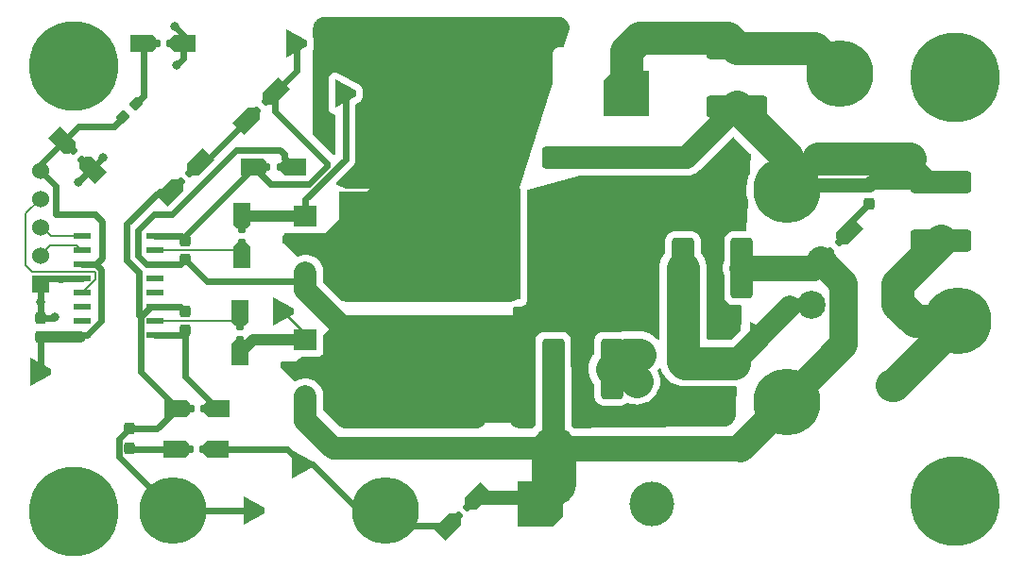
<source format=gtl>
%TF.GenerationSoftware,KiCad,Pcbnew,6.0.4*%
%TF.CreationDate,2022-07-27T16:30:23-04:00*%
%TF.ProjectId,verter,76657274-6572-42e6-9b69-6361645f7063,rev?*%
%TF.SameCoordinates,Original*%
%TF.FileFunction,Copper,L1,Top*%
%TF.FilePolarity,Positive*%
%FSLAX46Y46*%
G04 Gerber Fmt 4.6, Leading zero omitted, Abs format (unit mm)*
G04 Created by KiCad (PCBNEW 6.0.4) date 2022-07-27 16:30:23*
%MOMM*%
%LPD*%
G01*
G04 APERTURE LIST*
G04 Aperture macros list*
%AMRoundRect*
0 Rectangle with rounded corners*
0 $1 Rounding radius*
0 $2 $3 $4 $5 $6 $7 $8 $9 X,Y pos of 4 corners*
0 Add a 4 corners polygon primitive as box body*
4,1,4,$2,$3,$4,$5,$6,$7,$8,$9,$2,$3,0*
0 Add four circle primitives for the rounded corners*
1,1,$1+$1,$2,$3*
1,1,$1+$1,$4,$5*
1,1,$1+$1,$6,$7*
1,1,$1+$1,$8,$9*
0 Add four rect primitives between the rounded corners*
20,1,$1+$1,$2,$3,$4,$5,0*
20,1,$1+$1,$4,$5,$6,$7,0*
20,1,$1+$1,$6,$7,$8,$9,0*
20,1,$1+$1,$8,$9,$2,$3,0*%
%AMOutline4P*
0 Free polygon, 4 corners , with rotation*
0 The origin of the aperture is its center*
0 number of corners: always 4*
0 $1 to $8 corner X, Y*
0 $9 Rotation angle, in degrees counterclockwise*
0 create outline with 4 corners*
4,1,4,$1,$2,$3,$4,$5,$6,$7,$8,$1,$2,$9*%
%AMOutline5P*
0 Free polygon, 5 corners , with rotation*
0 The origin of the aperture is its center*
0 number of corners: always 5*
0 $1 to $10 corner X, Y*
0 $11 Rotation angle, in degrees counterclockwise*
0 create outline with 5 corners*
4,1,5,$1,$2,$3,$4,$5,$6,$7,$8,$9,$10,$1,$2,$11*%
%AMOutline6P*
0 Free polygon, 6 corners , with rotation*
0 The origin of the aperture is its center*
0 number of corners: always 6*
0 $1 to $12 corner X, Y*
0 $13 Rotation angle, in degrees counterclockwise*
0 create outline with 6 corners*
4,1,6,$1,$2,$3,$4,$5,$6,$7,$8,$9,$10,$11,$12,$1,$2,$13*%
%AMOutline7P*
0 Free polygon, 7 corners , with rotation*
0 The origin of the aperture is its center*
0 number of corners: always 7*
0 $1 to $14 corner X, Y*
0 $15 Rotation angle, in degrees counterclockwise*
0 create outline with 7 corners*
4,1,7,$1,$2,$3,$4,$5,$6,$7,$8,$9,$10,$11,$12,$13,$14,$1,$2,$15*%
%AMOutline8P*
0 Free polygon, 8 corners , with rotation*
0 The origin of the aperture is its center*
0 number of corners: always 8*
0 $1 to $16 corner X, Y*
0 $17 Rotation angle, in degrees counterclockwise*
0 create outline with 8 corners*
4,1,8,$1,$2,$3,$4,$5,$6,$7,$8,$9,$10,$11,$12,$13,$14,$15,$16,$1,$2,$17*%
G04 Aperture macros list end*
%TA.AperFunction,NonConductor*%
%ADD10C,0.200000*%
%TD*%
%TA.AperFunction,SMDPad,CuDef*%
%ADD11Outline6P,-1.143000X0.762000X0.838200X0.762000X1.143000X0.457200X1.143000X-0.457200X0.838200X-0.762000X-1.143000X-0.762000X0.000000*%
%TD*%
%TA.AperFunction,SMDPad,CuDef*%
%ADD12RoundRect,0.135000X-0.135000X-0.185000X0.135000X-0.185000X0.135000X0.185000X-0.135000X0.185000X0*%
%TD*%
%TA.AperFunction,SMDPad,CuDef*%
%ADD13Outline6P,-1.143000X0.457200X-0.838200X0.762000X1.143000X0.762000X1.143000X-0.762000X-0.838200X-0.762000X-1.143000X-0.457200X0.000000*%
%TD*%
%TA.AperFunction,ComponentPad*%
%ADD14C,8.000000*%
%TD*%
%TA.AperFunction,SMDPad,CuDef*%
%ADD15RoundRect,0.135000X-0.035355X0.226274X-0.226274X0.035355X0.035355X-0.226274X0.226274X-0.035355X0*%
%TD*%
%TA.AperFunction,SMDPad,CuDef*%
%ADD16Outline6P,-1.143000X0.762000X0.838200X0.762000X1.143000X0.457200X1.143000X-0.457200X0.838200X-0.762000X-1.143000X-0.762000X225.000000*%
%TD*%
%TA.AperFunction,SMDPad,CuDef*%
%ADD17Outline6P,-1.143000X0.457200X-0.838200X0.762000X1.143000X0.762000X1.143000X-0.762000X-0.838200X-0.762000X-1.143000X-0.457200X225.000000*%
%TD*%
%TA.AperFunction,TestPad*%
%ADD18C,6.000000*%
%TD*%
%TA.AperFunction,ComponentPad*%
%ADD19Outline4P,-0.912000X-1.262000X0.912000X-0.262000X0.912000X0.262000X-0.912000X1.262000X0.000000*%
%TD*%
%TA.AperFunction,ComponentPad*%
%ADD20R,1.524000X1.524000*%
%TD*%
%TA.AperFunction,ComponentPad*%
%ADD21C,1.524000*%
%TD*%
%TA.AperFunction,SMDPad,CuDef*%
%ADD22Outline6P,-1.143000X0.762000X0.838200X0.762000X1.143000X0.457200X1.143000X-0.457200X0.838200X-0.762000X-1.143000X-0.762000X90.000000*%
%TD*%
%TA.AperFunction,SMDPad,CuDef*%
%ADD23RoundRect,0.135000X0.185000X-0.135000X0.185000X0.135000X-0.185000X0.135000X-0.185000X-0.135000X0*%
%TD*%
%TA.AperFunction,SMDPad,CuDef*%
%ADD24Outline6P,-1.143000X0.457200X-0.838200X0.762000X1.143000X0.762000X1.143000X-0.762000X-0.838200X-0.762000X-1.143000X-0.457200X90.000000*%
%TD*%
%TA.AperFunction,SMDPad,CuDef*%
%ADD25RoundRect,0.237500X-0.237500X0.300000X-0.237500X-0.300000X0.237500X-0.300000X0.237500X0.300000X0*%
%TD*%
%TA.AperFunction,SMDPad,CuDef*%
%ADD26RoundRect,0.249999X-0.737501X-2.450001X0.737501X-2.450001X0.737501X2.450001X-0.737501X2.450001X0*%
%TD*%
%TA.AperFunction,ComponentPad*%
%ADD27C,2.524000*%
%TD*%
%TA.AperFunction,ComponentPad*%
%ADD28R,2.000000X1.905000*%
%TD*%
%TA.AperFunction,SMDPad,CuDef*%
%ADD29R,16.262000X9.762000*%
%TD*%
%TA.AperFunction,ComponentPad*%
%ADD30O,2.000000X1.905000*%
%TD*%
%TA.AperFunction,ComponentPad*%
%ADD31C,4.000000*%
%TD*%
%TA.AperFunction,ComponentPad*%
%ADD32Outline5P,-2.000000X1.200000X-1.200000X2.000000X2.000000X2.000000X2.000000X-2.000000X-2.000000X-2.000000X0.000000*%
%TD*%
%TA.AperFunction,SMDPad,CuDef*%
%ADD33RoundRect,0.137500X-0.662500X-0.137500X0.662500X-0.137500X0.662500X0.137500X-0.662500X0.137500X0*%
%TD*%
%TA.AperFunction,SMDPad,CuDef*%
%ADD34RoundRect,0.249999X-2.450001X0.737501X-2.450001X-0.737501X2.450001X-0.737501X2.450001X0.737501X0*%
%TD*%
%TA.AperFunction,SMDPad,CuDef*%
%ADD35RoundRect,0.135000X0.135000X0.185000X-0.135000X0.185000X-0.135000X-0.185000X0.135000X-0.185000X0*%
%TD*%
%TA.AperFunction,SMDPad,CuDef*%
%ADD36Outline6P,-1.143000X0.762000X0.838200X0.762000X1.143000X0.457200X1.143000X-0.457200X0.838200X-0.762000X-1.143000X-0.762000X180.000000*%
%TD*%
%TA.AperFunction,SMDPad,CuDef*%
%ADD37Outline6P,-1.143000X0.457200X-0.838200X0.762000X1.143000X0.762000X1.143000X-0.762000X-0.838200X-0.762000X-1.143000X-0.457200X180.000000*%
%TD*%
%TA.AperFunction,SMDPad,CuDef*%
%ADD38RoundRect,0.135000X-0.226274X-0.035355X-0.035355X-0.226274X0.226274X0.035355X0.035355X0.226274X0*%
%TD*%
%TA.AperFunction,SMDPad,CuDef*%
%ADD39Outline6P,-1.143000X0.762000X0.838200X0.762000X1.143000X0.457200X1.143000X-0.457200X0.838200X-0.762000X-1.143000X-0.762000X315.000000*%
%TD*%
%TA.AperFunction,SMDPad,CuDef*%
%ADD40Outline6P,-1.143000X0.457200X-0.838200X0.762000X1.143000X0.762000X1.143000X-0.762000X-0.838200X-0.762000X-1.143000X-0.457200X315.000000*%
%TD*%
%TA.AperFunction,SMDPad,CuDef*%
%ADD41RoundRect,0.237500X-0.044194X-0.380070X0.380070X0.044194X0.044194X0.380070X-0.380070X-0.044194X0*%
%TD*%
%TA.AperFunction,SMDPad,CuDef*%
%ADD42RoundRect,0.135000X0.035355X-0.226274X0.226274X-0.035355X-0.035355X0.226274X-0.226274X0.035355X0*%
%TD*%
%TA.AperFunction,SMDPad,CuDef*%
%ADD43Outline6P,-1.143000X0.762000X0.838200X0.762000X1.143000X0.457200X1.143000X-0.457200X0.838200X-0.762000X-1.143000X-0.762000X45.000000*%
%TD*%
%TA.AperFunction,SMDPad,CuDef*%
%ADD44Outline6P,-1.143000X0.457200X-0.838200X0.762000X1.143000X0.762000X1.143000X-0.762000X-0.838200X-0.762000X-1.143000X-0.457200X45.000000*%
%TD*%
%TA.AperFunction,SMDPad,CuDef*%
%ADD45RoundRect,0.249999X0.737501X2.450001X-0.737501X2.450001X-0.737501X-2.450001X0.737501X-2.450001X0*%
%TD*%
%TA.AperFunction,SMDPad,CuDef*%
%ADD46RoundRect,0.237500X0.237500X-0.300000X0.237500X0.300000X-0.237500X0.300000X-0.237500X-0.300000X0*%
%TD*%
%TA.AperFunction,SMDPad,CuDef*%
%ADD47RoundRect,0.249999X2.450001X-0.737501X2.450001X0.737501X-2.450001X0.737501X-2.450001X-0.737501X0*%
%TD*%
%TA.AperFunction,ComponentPad*%
%ADD48Outline5P,-2.000000X1.200000X-1.200000X2.000000X2.000000X2.000000X2.000000X-2.000000X-2.000000X-2.000000X180.000000*%
%TD*%
%TA.AperFunction,ViaPad*%
%ADD49C,0.800000*%
%TD*%
%TA.AperFunction,ViaPad*%
%ADD50C,0.600000*%
%TD*%
%TA.AperFunction,ViaPad*%
%ADD51C,0.550000*%
%TD*%
%TA.AperFunction,ViaPad*%
%ADD52C,0.700000*%
%TD*%
%TA.AperFunction,Conductor*%
%ADD53C,1.000000*%
%TD*%
%TA.AperFunction,Conductor*%
%ADD54C,0.600000*%
%TD*%
%TA.AperFunction,Conductor*%
%ADD55C,1.250000*%
%TD*%
%TA.AperFunction,Conductor*%
%ADD56C,3.000000*%
%TD*%
%TA.AperFunction,Conductor*%
%ADD57C,2.000000*%
%TD*%
%TA.AperFunction,Conductor*%
%ADD58C,0.152400*%
%TD*%
%TA.AperFunction,Conductor*%
%ADD59C,2.250000*%
%TD*%
%TA.AperFunction,Conductor*%
%ADD60C,2.500000*%
%TD*%
%TA.AperFunction,Conductor*%
%ADD61C,4.000000*%
%TD*%
%TA.AperFunction,Conductor*%
%ADD62C,0.250000*%
%TD*%
G04 APERTURE END LIST*
D10*
X105150000Y-121450000D02*
X105050000Y-121500000D01*
D11*
%TO.P,C11,1*%
%TO.N,+BATT*%
X114272000Y-135750000D03*
D12*
X115540000Y-135750000D03*
D13*
%TO.P,C11,2*%
%TO.N,-BATT*%
X117828000Y-135750000D03*
D12*
X116560000Y-135750000D03*
%TD*%
D14*
%TO.P,M1,1,hol*%
%TO.N,/amp/nw*%
X105000000Y-105000000D03*
%TD*%
D15*
%TO.P,R12,1*%
%TO.N,-VDC*%
X140250000Y-144600000D03*
D16*
X141146612Y-143703388D03*
D15*
%TO.P,R12,2*%
%TO.N,-BATT*%
X139528752Y-145321248D03*
D17*
X138632140Y-146217860D03*
%TD*%
D18*
%TO.P,BN2,1,1+*%
%TO.N,+VDC*%
X168900000Y-116100000D03*
%TO.P,BN2,2,2-*%
%TO.N,-VDC*%
X168900000Y-135150000D03*
%TD*%
D14*
%TO.P,M2,1,hol*%
%TO.N,/amp/sw*%
X184000000Y-144000000D03*
%TD*%
D19*
%TO.P,t3bat-1,1,tp*%
%TO.N,-BATT*%
X125450000Y-140750000D03*
%TD*%
%TO.P,t12hbout1,1,tp*%
%TO.N,/amp/hbout*%
X178850000Y-126350000D03*
%TD*%
%TO.P,t2vdda1,1,tp*%
%TO.N,/amp/vdda*%
X125000000Y-103000000D03*
%TD*%
D20*
%TO.P,cn1,1,1*%
%TO.N,GND*%
X101986000Y-124540000D03*
D21*
%TO.P,cn1,2,2*%
%TO.N,hb_b_in*%
X101986000Y-122000000D03*
%TO.P,cn1,3,3*%
%TO.N,hb_a_in*%
X101986000Y-119460000D03*
%TO.P,cn1,4,4*%
%TO.N,hb_dis*%
X101986000Y-116920000D03*
%TO.P,cn1,5,5*%
%TO.N,+3V3*%
X101986000Y-114380000D03*
%TD*%
D22*
%TO.P,R1,1*%
%TO.N,/amp/voa*%
X120030000Y-122055500D03*
D23*
X120030000Y-120787500D03*
D24*
%TO.P,R1,2*%
%TO.N,/amp/hi_gate*%
X120030000Y-118499500D03*
D23*
X120030000Y-119767500D03*
%TD*%
D16*
%TO.P,D1,1,K*%
%TO.N,/amp/vdda_bootstrap_inrush_limit*%
X116257236Y-113742764D03*
D15*
X115360624Y-114639376D03*
%TO.P,D1,2,A*%
%TO.N,+BATT*%
X114639376Y-115360624D03*
D17*
X113742764Y-116257236D03*
%TD*%
D19*
%TO.P,t1,1,tp*%
%TO.N,+3V3*%
X102000000Y-132460000D03*
%TD*%
%TO.P,t4bat+1,1,tp*%
%TO.N,+BATT*%
X121200000Y-144900000D03*
%TD*%
D14*
%TO.P,M3,1,hol*%
%TO.N,/amp/ne*%
X184000000Y-106000000D03*
%TD*%
D25*
%TO.P,C4,1*%
%TO.N,/amp/vdda*%
X115000000Y-120637500D03*
%TO.P,C4,2*%
%TO.N,/amp/hb_rawmid*%
X115000000Y-122362500D03*
%TD*%
D26*
%TO.P,C5,1*%
%TO.N,/amp/hb_filtmid*%
X159612500Y-123150000D03*
%TO.P,C5,2*%
%TO.N,-VDC*%
X164887500Y-123150000D03*
%TD*%
D27*
%TO.P,L1,1,1*%
%TO.N,/amp/hb_rawmid*%
X152550000Y-124450000D03*
%TO.P,L1,2,2*%
%TO.N,/amp/hb_filtmid*%
X159734205Y-131634205D03*
%TD*%
D25*
%TO.P,C3,1*%
%TO.N,+BATT*%
X114950000Y-126987500D03*
%TO.P,C3,2*%
%TO.N,-BATT*%
X114950000Y-128712500D03*
%TD*%
D18*
%TO.P,BN3,1,1+*%
%TO.N,+BATT*%
X113850000Y-144850000D03*
%TO.P,BN3,2,2-*%
%TO.N,-BATT*%
X132900000Y-144850000D03*
%TD*%
D28*
%TO.P,U2,1,g*%
%TO.N,/amp/lo_gate*%
X125770000Y-129560000D03*
D29*
%TO.P,U2,2,d*%
%TO.N,/amp/hb_rawmid*%
X136901000Y-132179000D03*
D30*
X125770000Y-132100000D03*
%TO.P,U2,3,s*%
%TO.N,-VDC*%
X125770000Y-134640000D03*
%TD*%
D31*
%TO.P,C6,1*%
%TO.N,+VDC*%
X144550000Y-107450000D03*
D32*
%TO.P,C6,2*%
%TO.N,/amp/vdc_midpoint*%
X154550000Y-107450000D03*
%TD*%
D25*
%TO.P,R3,1*%
%TO.N,+VDC*%
X176250000Y-115637500D03*
%TO.P,R3,2*%
%TO.N,/amp/dcled_drop*%
X176250000Y-117362500D03*
%TD*%
D19*
%TO.P,t6higate1,1,tp*%
%TO.N,/amp/hi_gate*%
X129340000Y-107460000D03*
%TD*%
D33*
%TO.P,U4,1,Via*%
%TO.N,hb_a_in*%
X105750000Y-120255000D03*
%TO.P,U4,2,vib*%
%TO.N,hb_b_in*%
X105750000Y-121525000D03*
%TO.P,U4,3,vdd1*%
%TO.N,+3V3*%
X105750000Y-122795000D03*
%TO.P,U4,4,gnd1*%
%TO.N,GND*%
X105750000Y-124065000D03*
%TO.P,U4,5,dis*%
%TO.N,hb_dis*%
X105750000Y-125335000D03*
%TO.P,U4,6,nc*%
%TO.N,unconnected-(U4-Pad6)*%
X105750000Y-126605000D03*
%TO.P,U4,7,nc*%
%TO.N,unconnected-(U4-Pad7)*%
X105750000Y-127875000D03*
%TO.P,U4,8,vdd1*%
%TO.N,+3V3*%
X105750000Y-129145000D03*
%TO.P,U4,9,gndb*%
%TO.N,-BATT*%
X112250000Y-129145000D03*
%TO.P,U4,10,vob*%
%TO.N,/amp/vob*%
X112250000Y-127875000D03*
%TO.P,U4,11,vddb*%
%TO.N,+BATT*%
X112250000Y-126605000D03*
%TO.P,U4,12,nc*%
%TO.N,unconnected-(U4-Pad12)*%
X112250000Y-125335000D03*
%TO.P,U4,13,nc*%
%TO.N,unconnected-(U4-Pad13)*%
X112250000Y-124065000D03*
%TO.P,U4,14,gnda*%
%TO.N,/amp/hb_rawmid*%
X112250000Y-122795000D03*
%TO.P,U4,15,voa*%
%TO.N,/amp/voa*%
X112250000Y-121525000D03*
%TO.P,U4,16,vdda*%
%TO.N,/amp/vdda*%
X112250000Y-120255000D03*
%TD*%
D22*
%TO.P,R2,1*%
%TO.N,/amp/lo_gate*%
X119880000Y-130778000D03*
D23*
X119880000Y-129510000D03*
%TO.P,R2,2*%
%TO.N,/amp/vob*%
X119880000Y-128490000D03*
D24*
X119880000Y-127222000D03*
%TD*%
D19*
%TO.P,t5lo_gate1,1,tp*%
%TO.N,/amp/lo_gate*%
X123750000Y-127000000D03*
%TD*%
%TO.P,t8hbf1,1,tp*%
%TO.N,/amp/hb_filtmid*%
X166550000Y-129250000D03*
%TD*%
D11*
%TO.P,C10,1*%
%TO.N,/amp/vdda*%
X121122000Y-114100000D03*
D12*
X122390000Y-114100000D03*
D13*
%TO.P,C10,2*%
%TO.N,/amp/hb_rawmid*%
X124678000Y-114100000D03*
D12*
X123410000Y-114100000D03*
%TD*%
D28*
%TO.P,U1,1,g*%
%TO.N,/amp/hi_gate*%
X125770000Y-118460000D03*
D29*
%TO.P,U1,2,d*%
%TO.N,+VDC*%
X136901000Y-121079000D03*
D30*
X125770000Y-121000000D03*
%TO.P,U1,3,s*%
%TO.N,/amp/hb_rawmid*%
X125770000Y-123540000D03*
%TD*%
D34*
%TO.P,C12,1*%
%TO.N,+VDC*%
X149700000Y-113250000D03*
%TO.P,C12,2*%
%TO.N,/amp/hb_rawmid*%
X149700000Y-118525000D03*
%TD*%
D25*
%TO.P,R11,1*%
%TO.N,+BATT*%
X110000000Y-137537500D03*
%TO.P,R11,2*%
%TO.N,/amp/batled-drop*%
X110000000Y-139262500D03*
%TD*%
D35*
%TO.P,D3,1,K*%
%TO.N,GND*%
X113510000Y-103000000D03*
D36*
X114778000Y-103000000D03*
D35*
%TO.P,D3,2,A*%
%TO.N,/amp/3v3led_drop*%
X112490000Y-103000000D03*
D37*
X111222000Y-103000000D03*
%TD*%
D27*
%TO.P,L2,1,1*%
%TO.N,/amp/hb_filtmid*%
X171115795Y-126415795D03*
%TO.P,L2,2,2*%
%TO.N,/amp/hbout*%
X178300000Y-133600000D03*
%TD*%
D38*
%TO.P,C2,1*%
%TO.N,+3V3*%
X104989376Y-112639376D03*
D39*
X104092764Y-111742764D03*
D38*
%TO.P,C2,2*%
%TO.N,GND*%
X105710624Y-113360624D03*
D40*
X106607236Y-114257236D03*
%TD*%
D34*
%TO.P,C13,1*%
%TO.N,+VDC*%
X182700000Y-115425000D03*
%TO.P,C13,2*%
%TO.N,/amp/hbout*%
X182700000Y-120700000D03*
%TD*%
D41*
%TO.P,R10,1*%
%TO.N,+3V3*%
X109390120Y-109609880D03*
%TO.P,R10,2*%
%TO.N,/amp/3v3led_drop*%
X110609880Y-108390120D03*
%TD*%
D42*
%TO.P,R4,1*%
%TO.N,/amp/vdda_bootstrap_inrush_limit*%
X121439376Y-108960624D03*
D43*
X120542764Y-109857236D03*
D44*
%TO.P,R4,2*%
%TO.N,/amp/vdda*%
X123057236Y-107342764D03*
D42*
X122160624Y-108239376D03*
%TD*%
D45*
%TO.P,C9,1*%
%TO.N,/amp/vdc_midpoint*%
X153237500Y-132150000D03*
%TO.P,C9,2*%
%TO.N,-VDC*%
X147962500Y-132150000D03*
%TD*%
D19*
%TO.P,t7hbc1,1,tp*%
%TO.N,/amp/hb_rawmid*%
X147950000Y-125800000D03*
%TD*%
D18*
%TO.P,BN1,1,1*%
%TO.N,/amp/vdc_midpoint*%
X173650000Y-105650000D03*
%TD*%
D46*
%TO.P,C1,1*%
%TO.N,+3V3*%
X102000000Y-129322500D03*
%TO.P,C1,2*%
%TO.N,GND*%
X102000000Y-127597500D03*
%TD*%
D35*
%TO.P,D4,1,K*%
%TO.N,-BATT*%
X116483000Y-139400000D03*
D36*
X117751000Y-139400000D03*
D37*
%TO.P,D4,2,A*%
%TO.N,/amp/batled-drop*%
X114195000Y-139400000D03*
D35*
X115463000Y-139400000D03*
%TD*%
D47*
%TO.P,C8,1*%
%TO.N,+VDC*%
X164462500Y-108687500D03*
%TO.P,C8,2*%
%TO.N,/amp/vdc_midpoint*%
X164462500Y-103412500D03*
%TD*%
D18*
%TO.P,BNOut4,1,1*%
%TO.N,/amp/hbout*%
X184200000Y-127900000D03*
%TD*%
D42*
%TO.P,D2,1,K*%
%TO.N,-VDC*%
X172839376Y-121560624D03*
D43*
X171942764Y-122457236D03*
D42*
%TO.P,D2,2,A*%
%TO.N,/amp/dcled_drop*%
X173560624Y-120839376D03*
D44*
X174457236Y-119942764D03*
%TD*%
D31*
%TO.P,C7,1*%
%TO.N,/amp/vdc_midpoint*%
X156800000Y-144300000D03*
D48*
%TO.P,C7,2*%
%TO.N,-VDC*%
X146800000Y-144300000D03*
%TD*%
D14*
%TO.P,M4,1,hol*%
%TO.N,/amp/se*%
X105000000Y-145000000D03*
%TD*%
D49*
%TO.N,GND*%
X105400000Y-115400000D03*
D50*
X103900000Y-124200000D03*
D49*
X114050000Y-101450000D03*
X103300000Y-127550000D03*
X107650000Y-113200000D03*
X102000000Y-126200000D03*
X114200000Y-104900000D03*
D51*
%TO.N,+VDC*%
X143000000Y-118000000D03*
X132000000Y-118000000D03*
X140000000Y-123000000D03*
D49*
X129000000Y-119300000D03*
D51*
X137000000Y-118000000D03*
D49*
X128950000Y-121900000D03*
D51*
X139000000Y-124000000D03*
X144000000Y-123000000D03*
X144000000Y-119000000D03*
X143000000Y-119000000D03*
X138000000Y-123000000D03*
X141000000Y-119000000D03*
X138000000Y-118000000D03*
X144000000Y-124000000D03*
X144000000Y-118000000D03*
X142000000Y-124000000D03*
X142000000Y-119000000D03*
X138000000Y-122000000D03*
X141000000Y-124000000D03*
X139000000Y-122000000D03*
D49*
X129000000Y-123400000D03*
D51*
X140000000Y-122000000D03*
X140000000Y-124000000D03*
X138000000Y-124000000D03*
X140490000Y-117490000D03*
X140000000Y-121000000D03*
X140000000Y-120000000D03*
D49*
X129000000Y-120500000D03*
D51*
X142000000Y-123000000D03*
X142000000Y-118000000D03*
X131000000Y-118000000D03*
X143000000Y-123000000D03*
X130000000Y-118000000D03*
X136000000Y-118000000D03*
X139000000Y-121000000D03*
X143000000Y-124000000D03*
X141000000Y-123000000D03*
X138990000Y-118990000D03*
%TO.N,/amp/hb_rawmid*%
X139000000Y-130000000D03*
X144000000Y-135000000D03*
X141000000Y-130000000D03*
X143000000Y-128000000D03*
X140000000Y-135000000D03*
D52*
X144000000Y-136000000D03*
D51*
X141000000Y-134000000D03*
X143000000Y-129000000D03*
X144000000Y-134000000D03*
X142000000Y-135000000D03*
X140000000Y-130000000D03*
D49*
X128300000Y-132400000D03*
X128300000Y-131350000D03*
D51*
X141000000Y-128000000D03*
X140000000Y-136000000D03*
X141000000Y-135000000D03*
X140000000Y-129000000D03*
X144000000Y-130000000D03*
X140000000Y-134000000D03*
X142000000Y-128000000D03*
X141000000Y-129000000D03*
X144000000Y-128000000D03*
X142000000Y-136000000D03*
X143000000Y-135000000D03*
X141000000Y-136000000D03*
X140000000Y-128000000D03*
X143000000Y-130000000D03*
X144000000Y-129000000D03*
X143000000Y-136000000D03*
D49*
X128250000Y-133450000D03*
D51*
X142000000Y-130000000D03*
X142000000Y-129000000D03*
D49*
%TO.N,/amp/vdc_midpoint*%
X155700000Y-130900000D03*
X154575000Y-132375000D03*
X155450000Y-133250000D03*
X154550000Y-130900000D03*
X155700000Y-132050000D03*
%TD*%
D53*
%TO.N,+3V3*%
X102000000Y-129322500D02*
X105567360Y-129322500D01*
D54*
X104092764Y-111742764D02*
X105435528Y-110400000D01*
X107550000Y-118950000D02*
X106900000Y-118300000D01*
X107475711Y-127850171D02*
X107475711Y-123282244D01*
X101986000Y-113849528D02*
X104092764Y-111742764D01*
X106988467Y-122795000D02*
X105750000Y-122795000D01*
X106900000Y-118300000D02*
X103400000Y-118300000D01*
X103400000Y-118300000D02*
X103400000Y-115794000D01*
X107475711Y-123282244D02*
X106988467Y-122795000D01*
X101986000Y-114380000D02*
X101986000Y-113849528D01*
X105435528Y-110400000D02*
X108600000Y-110400000D01*
X102000000Y-132460000D02*
X102000000Y-129322500D01*
X108600000Y-110400000D02*
X109390120Y-109609880D01*
X105750000Y-129145000D02*
X106180882Y-129145000D01*
X106988467Y-122795000D02*
X107550000Y-122233467D01*
X106180882Y-129145000D02*
X107475711Y-127850171D01*
X103400000Y-115794000D02*
X101986000Y-114380000D01*
X107550000Y-122233467D02*
X107550000Y-118950000D01*
%TO.N,GND*%
X114778000Y-104322000D02*
X114200000Y-104900000D01*
X102461000Y-124065000D02*
X101986000Y-124540000D01*
X114778000Y-103000000D02*
X114778000Y-104322000D01*
X105750000Y-124065000D02*
X102461000Y-124065000D01*
X103252500Y-127597500D02*
X103300000Y-127550000D01*
X106542764Y-114257236D02*
X105400000Y-115400000D01*
X114778000Y-102178000D02*
X114050000Y-101450000D01*
X102000000Y-127597500D02*
X102000000Y-126200000D01*
X102000000Y-127597500D02*
X103252500Y-127597500D01*
X114778000Y-103000000D02*
X114778000Y-102178000D01*
X102000000Y-126200000D02*
X102000000Y-124554000D01*
X106607236Y-114242764D02*
X107650000Y-113200000D01*
%TO.N,+BATT*%
X109750961Y-119171409D02*
X112665134Y-116257236D01*
X110826780Y-127320649D02*
X110826780Y-123499039D01*
X114567500Y-126605000D02*
X114950000Y-126987500D01*
X113850000Y-144850000D02*
X109075480Y-140075480D01*
X109075480Y-138462020D02*
X110000000Y-137537500D01*
X110826780Y-123499039D02*
X109750961Y-122423220D01*
X111000480Y-132478480D02*
X114272000Y-135750000D01*
X121200000Y-144900000D02*
X113900000Y-144900000D01*
X109750961Y-122423220D02*
X109750961Y-119171409D01*
X111889829Y-126605000D02*
X111000480Y-127494349D01*
X112484500Y-137537500D02*
X114272000Y-135750000D01*
X112250000Y-126605000D02*
X111889829Y-126605000D01*
X109075480Y-140075480D02*
X109075480Y-138462020D01*
X111000480Y-127494349D02*
X110826780Y-127320649D01*
X112665134Y-116257236D02*
X113742764Y-116257236D01*
X111000480Y-127494349D02*
X111000480Y-132478480D01*
X110000000Y-137537500D02*
X112484500Y-137537500D01*
X112250000Y-126605000D02*
X114567500Y-126605000D01*
%TO.N,-BATT*%
X124100000Y-139400000D02*
X125450000Y-140750000D01*
X138632140Y-146217860D02*
X134267860Y-146217860D01*
X112250000Y-129145000D02*
X114517500Y-129145000D01*
X114950000Y-132872000D02*
X114950000Y-128712500D01*
X114517500Y-129145000D02*
X114950000Y-128712500D01*
X125450000Y-140750000D02*
X126450000Y-140750000D01*
X126450000Y-140750000D02*
X130550000Y-144850000D01*
X117751000Y-139400000D02*
X124100000Y-139400000D01*
X117828000Y-135750000D02*
X114950000Y-132872000D01*
D55*
%TO.N,+VDC*%
X176250000Y-115637500D02*
X169362500Y-115637500D01*
X182700000Y-115425000D02*
X176462500Y-115425000D01*
D56*
X168900000Y-113125000D02*
X164462500Y-108687500D01*
D55*
X168900000Y-116100000D02*
X168900000Y-113125000D01*
D57*
X144550000Y-113430000D02*
X144550000Y-107450000D01*
X159900000Y-113250000D02*
X164462500Y-108687500D01*
X149700000Y-113250000D02*
X159900000Y-113250000D01*
D55*
X176462500Y-115425000D02*
X176250000Y-115637500D01*
D56*
X179950000Y-113300000D02*
X171700000Y-113300000D01*
D55*
X171700000Y-113300000D02*
X168900000Y-116100000D01*
X182075000Y-115425000D02*
X179950000Y-113300000D01*
D58*
%TO.N,hb_a_in*%
X105750000Y-120255000D02*
X102955000Y-120255000D01*
X102955000Y-120255000D02*
X102350000Y-119650000D01*
%TO.N,hb_b_in*%
X102887670Y-121098330D02*
X101986000Y-122000000D01*
X105279660Y-121098330D02*
X102887670Y-121098330D01*
X105706330Y-121525000D02*
X105279660Y-121098330D01*
%TO.N,hb_dis*%
X106950000Y-124178670D02*
X106950000Y-123500000D01*
X106950000Y-123500000D02*
X101250000Y-123500000D01*
X101250000Y-123500000D02*
X100650000Y-122900000D01*
X100650000Y-122900000D02*
X100650000Y-118256000D01*
X100650000Y-118256000D02*
X101986000Y-116920000D01*
X105793670Y-125335000D02*
X106950000Y-124178670D01*
D54*
%TO.N,/amp/vdda*%
X122583520Y-115561520D02*
X126110750Y-115561520D01*
X127700000Y-113972270D02*
X127700000Y-113700000D01*
X127700000Y-113700000D02*
X123057236Y-109057236D01*
X115000000Y-120637500D02*
X115000000Y-120222000D01*
X121122000Y-114100000D02*
X122583520Y-115561520D01*
X114617500Y-120255000D02*
X115000000Y-120637500D01*
X115000000Y-120222000D02*
X121122000Y-114100000D01*
X125000000Y-105400000D02*
X123057236Y-107342764D01*
X112250000Y-120255000D02*
X114617500Y-120255000D01*
X125000000Y-103000000D02*
X125000000Y-105400000D01*
X126110750Y-115561520D02*
X127700000Y-113972270D01*
X123057236Y-109057236D02*
X123057236Y-107342764D01*
%TO.N,/amp/hb_rawmid*%
X111536275Y-122795000D02*
X110750480Y-122009205D01*
X110750480Y-119770795D02*
X112217481Y-118303794D01*
X110750480Y-122009205D02*
X110750480Y-119770795D01*
X115000000Y-122400000D02*
X116950000Y-124350000D01*
X115000000Y-122362500D02*
X114567500Y-122795000D01*
X113763106Y-118303794D02*
X119528400Y-112538500D01*
X112250000Y-122795000D02*
X111536275Y-122795000D01*
X112217481Y-118303794D02*
X113763106Y-118303794D01*
X114567500Y-122795000D02*
X112250000Y-122795000D01*
D57*
X125770000Y-123540000D02*
X125770000Y-125092500D01*
D54*
X124960000Y-124350000D02*
X125770000Y-123540000D01*
D57*
X125770000Y-125092500D02*
X132856500Y-132179000D01*
D54*
X123850000Y-112900000D02*
X123850000Y-113272000D01*
X123488500Y-112538500D02*
X123850000Y-112900000D01*
X119528400Y-112538500D02*
X123488500Y-112538500D01*
X116950000Y-124350000D02*
X124960000Y-124350000D01*
X123850000Y-113272000D02*
X124678000Y-114100000D01*
D55*
%TO.N,-VDC*%
X141146612Y-143703388D02*
X146203388Y-143703388D01*
D59*
X171250000Y-123150000D02*
X171942764Y-122457236D01*
D57*
X147962500Y-139312500D02*
X147962500Y-132150000D01*
D60*
X164737500Y-139312500D02*
X168900000Y-135150000D01*
X168900000Y-135150000D02*
X174027306Y-130022694D01*
D61*
X147962500Y-142427589D02*
X147962500Y-139312500D01*
D57*
X125770000Y-134640000D02*
X125770000Y-136842500D01*
D55*
X146800000Y-143590089D02*
X147962500Y-142427589D01*
D60*
X174027306Y-130022694D02*
X174027306Y-124541778D01*
D59*
X164887500Y-123150000D02*
X171250000Y-123150000D01*
D57*
X125770000Y-136842500D02*
X128240000Y-139312500D01*
X128240000Y-139312500D02*
X147962500Y-139312500D01*
D59*
X147962500Y-139312500D02*
X157062500Y-139312500D01*
X157062500Y-139312500D02*
X164737500Y-139312500D01*
D60*
X174027306Y-124541778D02*
X171942764Y-122457236D01*
D54*
%TO.N,/amp/vdda_bootstrap_inrush_limit*%
X116657236Y-113742764D02*
X120542764Y-109857236D01*
%TO.N,/amp/3v3led_drop*%
X110700000Y-108250000D02*
X111222000Y-107728000D01*
X111222000Y-107728000D02*
X111222000Y-103000000D01*
D58*
%TO.N,/amp/voa*%
X112250000Y-121525000D02*
X119499500Y-121525000D01*
D53*
%TO.N,/amp/lo_gate*%
X119880000Y-130778000D02*
X121098000Y-129560000D01*
D62*
X125770000Y-129020000D02*
X123750000Y-127000000D01*
D53*
X121098000Y-129560000D02*
X125770000Y-129560000D01*
D56*
%TO.N,/amp/hb_filtmid*%
X159734205Y-131634205D02*
X164165795Y-131634205D01*
X159612500Y-123150000D02*
X159612500Y-131512500D01*
D57*
X164165795Y-131634205D02*
X166550000Y-129250000D01*
D55*
X171115795Y-126415795D02*
X169384205Y-126415795D01*
D57*
X166550000Y-129250000D02*
X169200000Y-126600000D01*
D55*
X169384205Y-126415795D02*
X169200000Y-126600000D01*
D54*
%TO.N,/amp/hi_gate*%
X129340000Y-113392238D02*
X129340000Y-107460000D01*
X125770000Y-116962238D02*
X129340000Y-113392238D01*
X125770000Y-118460000D02*
X125770000Y-116962238D01*
D53*
X125770000Y-118460000D02*
X120069500Y-118460000D01*
D56*
%TO.N,/amp/vdc_midpoint*%
X155700000Y-130900000D02*
X154550000Y-130900000D01*
X154550000Y-130900000D02*
X154487500Y-130900000D01*
X163550000Y-102500000D02*
X164462500Y-103412500D01*
X164462500Y-103412500D02*
X171412500Y-103412500D01*
X154575000Y-132375000D02*
X155450000Y-133250000D01*
X155700000Y-102500000D02*
X163550000Y-102500000D01*
X154550000Y-103650000D02*
X155700000Y-102500000D01*
X154487500Y-130900000D02*
X153237500Y-132150000D01*
X154550000Y-107450000D02*
X154550000Y-103650000D01*
X171412500Y-103412500D02*
X173650000Y-105650000D01*
X154350000Y-132150000D02*
X154575000Y-132375000D01*
X153237500Y-132150000D02*
X154350000Y-132150000D01*
%TO.N,/amp/hbout*%
X178500000Y-133600000D02*
X184200000Y-127900000D01*
X178850000Y-126350000D02*
X178850000Y-124550000D01*
X178300000Y-133600000D02*
X178500000Y-133600000D01*
X178850000Y-124550000D02*
X182700000Y-120700000D01*
X180400000Y-127900000D02*
X178850000Y-126350000D01*
X184200000Y-127900000D02*
X180400000Y-127900000D01*
D58*
%TO.N,/amp/vob*%
X112250000Y-127875000D02*
X119227000Y-127875000D01*
D54*
%TO.N,/amp/dcled_drop*%
X174457236Y-119155264D02*
X176250000Y-117362500D01*
X174457236Y-119942764D02*
X174457236Y-119155264D01*
%TO.N,/amp/batled-drop*%
X114195000Y-139400000D02*
X110137500Y-139400000D01*
%TD*%
%TA.AperFunction,Conductor*%
%TO.N,+VDC*%
G36*
X145032707Y-116048291D02*
G01*
X145050000Y-116111999D01*
X145050000Y-125143813D01*
X145049393Y-125156163D01*
X145032002Y-125332737D01*
X145027185Y-125356957D01*
X144977482Y-125520809D01*
X144968029Y-125543629D01*
X144887319Y-125694628D01*
X144873601Y-125715158D01*
X144764974Y-125847521D01*
X144747521Y-125864974D01*
X144615158Y-125973601D01*
X144594631Y-125987317D01*
X144576398Y-125997063D01*
X144443629Y-126068029D01*
X144420810Y-126077482D01*
X144256957Y-126127185D01*
X144232740Y-126132001D01*
X144056163Y-126149393D01*
X144043813Y-126150000D01*
X129470401Y-126150000D01*
X129458051Y-126149393D01*
X129281473Y-126132001D01*
X129257256Y-126127185D01*
X129093403Y-126077482D01*
X129070584Y-126068029D01*
X128979025Y-126019090D01*
X128949326Y-125997063D01*
X127415405Y-124463142D01*
X127381379Y-124400830D01*
X127378500Y-124374047D01*
X127378500Y-123579015D01*
X127378630Y-123573299D01*
X127382394Y-123490399D01*
X127382624Y-123485345D01*
X127372098Y-123394369D01*
X127371651Y-123389774D01*
X127363997Y-123292530D01*
X127363609Y-123287597D01*
X127357920Y-123263903D01*
X127355274Y-123248970D01*
X127354333Y-123240838D01*
X127353752Y-123235814D01*
X127337451Y-123178206D01*
X127336174Y-123173321D01*
X127331996Y-123155917D01*
X127304505Y-123041409D01*
X127302613Y-123036842D01*
X127302611Y-123036835D01*
X127286315Y-122997494D01*
X127287207Y-122997125D01*
X127285480Y-122994543D01*
X127285357Y-122994109D01*
X127282534Y-122988056D01*
X127280327Y-122983039D01*
X127209511Y-122812072D01*
X127209509Y-122812068D01*
X127207616Y-122807498D01*
X127075328Y-122591624D01*
X126910898Y-122399102D01*
X126718376Y-122234672D01*
X126502502Y-122102384D01*
X126497932Y-122100491D01*
X126497928Y-122100489D01*
X126273164Y-122007389D01*
X126273162Y-122007388D01*
X126268591Y-122005495D01*
X126183968Y-121985179D01*
X126027216Y-121947546D01*
X126027210Y-121947545D01*
X126022403Y-121946391D01*
X125770000Y-121926526D01*
X125517597Y-121946391D01*
X125512790Y-121947545D01*
X125512784Y-121947546D01*
X125356032Y-121985179D01*
X125271409Y-122005495D01*
X125090449Y-122080451D01*
X125019860Y-122088040D01*
X124953137Y-122053137D01*
X123800000Y-120900000D01*
X123772592Y-120900000D01*
X123722500Y-120859632D01*
X123700000Y-120787773D01*
X123700000Y-120434918D01*
X123701551Y-120415208D01*
X123720126Y-120297928D01*
X123732308Y-120260435D01*
X123781658Y-120163581D01*
X123804830Y-120131689D01*
X123881689Y-120054830D01*
X123913581Y-120031658D01*
X124010437Y-119982307D01*
X124047927Y-119970126D01*
X124105029Y-119961082D01*
X124165208Y-119951551D01*
X124184918Y-119950000D01*
X124452489Y-119950000D01*
X124500707Y-119959591D01*
X124611150Y-120005338D01*
X124619338Y-120006416D01*
X124726021Y-120020461D01*
X124730115Y-120021000D01*
X125769873Y-120021000D01*
X126809884Y-120020999D01*
X126813969Y-120020461D01*
X126813973Y-120020461D01*
X126920663Y-120006416D01*
X126920665Y-120006416D01*
X126928850Y-120005338D01*
X127039293Y-119959591D01*
X127087512Y-119950000D01*
X127550000Y-119950000D01*
X131500000Y-116000000D01*
X144981397Y-116000000D01*
X145032707Y-116048291D01*
G37*
%TD.AperFunction*%
%TD*%
%TA.AperFunction,Conductor*%
%TO.N,/amp/hb_rawmid*%
G36*
X141006163Y-127500607D02*
G01*
X141182740Y-127517999D01*
X141206957Y-127522815D01*
X141370809Y-127572518D01*
X141393629Y-127581971D01*
X141544631Y-127662683D01*
X141565158Y-127676399D01*
X141697521Y-127785026D01*
X141714974Y-127802479D01*
X141823601Y-127934842D01*
X141837319Y-127955372D01*
X141918029Y-128106371D01*
X141927482Y-128129190D01*
X141977185Y-128293043D01*
X141982002Y-128317263D01*
X141999393Y-128493837D01*
X142000000Y-128506187D01*
X142000000Y-136493813D01*
X141999393Y-136506163D01*
X141982002Y-136682737D01*
X141977185Y-136706957D01*
X141927482Y-136870809D01*
X141918029Y-136893629D01*
X141837319Y-137044628D01*
X141823601Y-137065158D01*
X141714974Y-137197521D01*
X141697521Y-137214974D01*
X141565158Y-137323601D01*
X141544631Y-137337317D01*
X141452417Y-137386607D01*
X141393629Y-137418029D01*
X141370810Y-137427482D01*
X141206957Y-137477185D01*
X141182740Y-137482001D01*
X141006163Y-137499393D01*
X140993813Y-137500000D01*
X129420401Y-137500000D01*
X129408051Y-137499393D01*
X129231473Y-137482001D01*
X129207256Y-137477185D01*
X129043403Y-137427482D01*
X129020584Y-137418029D01*
X128869588Y-137337320D01*
X128849050Y-137323597D01*
X128711886Y-137211029D01*
X128702725Y-137202725D01*
X127415405Y-135915405D01*
X127381379Y-135853093D01*
X127378500Y-135826310D01*
X127378500Y-134679015D01*
X127378630Y-134673299D01*
X127382394Y-134590399D01*
X127382624Y-134585345D01*
X127382043Y-134580321D01*
X127372098Y-134494369D01*
X127371651Y-134489774D01*
X127363997Y-134392530D01*
X127363609Y-134387597D01*
X127357920Y-134363903D01*
X127355274Y-134348970D01*
X127354333Y-134340838D01*
X127353752Y-134335814D01*
X127337451Y-134278206D01*
X127336174Y-134273321D01*
X127331996Y-134255917D01*
X127304505Y-134141409D01*
X127302613Y-134136842D01*
X127302611Y-134136835D01*
X127286315Y-134097494D01*
X127287207Y-134097125D01*
X127285480Y-134094543D01*
X127285357Y-134094109D01*
X127282534Y-134088056D01*
X127280327Y-134083039D01*
X127209511Y-133912072D01*
X127209509Y-133912068D01*
X127207616Y-133907498D01*
X127075328Y-133691624D01*
X126910898Y-133499102D01*
X126718376Y-133334672D01*
X126502502Y-133202384D01*
X126497932Y-133200491D01*
X126497928Y-133200489D01*
X126273164Y-133107389D01*
X126273162Y-133107388D01*
X126268591Y-133105495D01*
X126183968Y-133085179D01*
X126027216Y-133047546D01*
X126027210Y-133047545D01*
X126022403Y-133046391D01*
X125770000Y-133026526D01*
X125517597Y-133046391D01*
X125512790Y-133047545D01*
X125512784Y-133047546D01*
X125356032Y-133085179D01*
X125271409Y-133105495D01*
X125266838Y-133107388D01*
X125266836Y-133107389D01*
X125042072Y-133200489D01*
X125042068Y-133200491D01*
X125037498Y-133202384D01*
X125033279Y-133204970D01*
X125033272Y-133204973D01*
X124914405Y-133277814D01*
X124845872Y-133296352D01*
X124778195Y-133274895D01*
X124759476Y-133259476D01*
X123682618Y-132182618D01*
X123671758Y-132170236D01*
X123590958Y-132064936D01*
X123574514Y-132036453D01*
X123526914Y-131921536D01*
X123518401Y-131889765D01*
X123502715Y-131770625D01*
X123504058Y-131729597D01*
X123514141Y-131678907D01*
X123532955Y-131633488D01*
X123559300Y-131594061D01*
X123594061Y-131559300D01*
X123613671Y-131546196D01*
X123633490Y-131532954D01*
X123678909Y-131514141D01*
X123713927Y-131507175D01*
X123737830Y-131502421D01*
X123762410Y-131500000D01*
X125000000Y-131500000D01*
X125342095Y-131157905D01*
X125404407Y-131123879D01*
X125431190Y-131121000D01*
X126797724Y-131120999D01*
X126809884Y-131120999D01*
X126813969Y-131120461D01*
X126813973Y-131120461D01*
X126920663Y-131106416D01*
X126920665Y-131106416D01*
X126928850Y-131105338D01*
X127002863Y-131074681D01*
X127069248Y-131047184D01*
X127069250Y-131047183D01*
X127076876Y-131044024D01*
X127203987Y-130946487D01*
X127209013Y-130939937D01*
X127209016Y-130939934D01*
X127252756Y-130882931D01*
X127301524Y-130819375D01*
X127362838Y-130671350D01*
X127363916Y-130663162D01*
X127377962Y-130556472D01*
X127377962Y-130556471D01*
X127378500Y-130552385D01*
X127378499Y-129173690D01*
X127398501Y-129105570D01*
X127415404Y-129084596D01*
X128702725Y-127797275D01*
X128711886Y-127788971D01*
X128849050Y-127676403D01*
X128869588Y-127662680D01*
X129020584Y-127581971D01*
X129043404Y-127572518D01*
X129207256Y-127522815D01*
X129231473Y-127517999D01*
X129408051Y-127500607D01*
X129420401Y-127500000D01*
X140993813Y-127500000D01*
X141006163Y-127500607D01*
G37*
%TD.AperFunction*%
%TD*%
%TA.AperFunction,Conductor*%
%TO.N,+VDC*%
G36*
X148521269Y-100609185D02*
G01*
X148598773Y-100617301D01*
X148627597Y-100620319D01*
X148653273Y-100625756D01*
X148826339Y-100681769D01*
X148850330Y-100692407D01*
X149008042Y-100783059D01*
X149029308Y-100798435D01*
X149164821Y-100919793D01*
X149182437Y-100939238D01*
X149252397Y-101034834D01*
X149289866Y-101086034D01*
X149303076Y-101108713D01*
X149377766Y-101274585D01*
X149385990Y-101299507D01*
X149424696Y-101477240D01*
X149427580Y-101503326D01*
X149428626Y-101685231D01*
X149426043Y-101711349D01*
X149388049Y-101896006D01*
X149384733Y-101908720D01*
X148975758Y-103197610D01*
X148936092Y-103256489D01*
X148870887Y-103284577D01*
X148855661Y-103285500D01*
X148582143Y-103285500D01*
X148565697Y-103284422D01*
X148542188Y-103281327D01*
X148534000Y-103280249D01*
X148494115Y-103285500D01*
X148375150Y-103301162D01*
X148227125Y-103362476D01*
X148163569Y-103411245D01*
X148106566Y-103454984D01*
X148106563Y-103454987D01*
X148100013Y-103460013D01*
X148002476Y-103587124D01*
X147999317Y-103594750D01*
X147999316Y-103594752D01*
X147980282Y-103640706D01*
X147941162Y-103735150D01*
X147920249Y-103894000D01*
X147921327Y-103902188D01*
X147924422Y-103925697D01*
X147925500Y-103942143D01*
X147925500Y-106488006D01*
X147919599Y-106526111D01*
X144850000Y-116200000D01*
X129900117Y-116054855D01*
X129611886Y-116052057D01*
X129599146Y-116051287D01*
X129417141Y-116030992D01*
X129392219Y-116025618D01*
X129218024Y-115969100D01*
X129206099Y-115964551D01*
X128573814Y-115685918D01*
X128519543Y-115640144D01*
X128498635Y-115572296D01*
X128517728Y-115503915D01*
X128535529Y-115481522D01*
X129924832Y-114092219D01*
X129939865Y-114079378D01*
X129945913Y-114074984D01*
X129945914Y-114074983D01*
X129951253Y-114071104D01*
X129997016Y-114020279D01*
X130001557Y-114015494D01*
X130016072Y-114000979D01*
X130028997Y-113985018D01*
X130033269Y-113980017D01*
X130074619Y-113934093D01*
X130074623Y-113934088D01*
X130079040Y-113929182D01*
X130086073Y-113917001D01*
X130097267Y-113900712D01*
X130106129Y-113889769D01*
X130137189Y-113828810D01*
X130140336Y-113823015D01*
X130171223Y-113769517D01*
X130171223Y-113769516D01*
X130174527Y-113763794D01*
X130178875Y-113750411D01*
X130186441Y-113732145D01*
X130189832Y-113725490D01*
X130192829Y-113719608D01*
X130210529Y-113653553D01*
X130212402Y-113647229D01*
X130231500Y-113588450D01*
X130233542Y-113582166D01*
X130235012Y-113568177D01*
X130238617Y-113548724D01*
X130240547Y-113541523D01*
X130242257Y-113535142D01*
X130245836Y-113466853D01*
X130246353Y-113460278D01*
X130248156Y-113443120D01*
X130248500Y-113439848D01*
X130248500Y-113419313D01*
X130248673Y-113412719D01*
X130251907Y-113351021D01*
X130251907Y-113351016D01*
X130252252Y-113344429D01*
X130250051Y-113330531D01*
X130248500Y-113310822D01*
X130248500Y-108492484D01*
X130268502Y-108424363D01*
X130313927Y-108381999D01*
X130607503Y-108221047D01*
X130607510Y-108221043D01*
X130609558Y-108219920D01*
X130620509Y-108212807D01*
X130734982Y-108100706D01*
X130816541Y-107962797D01*
X130859628Y-107808478D01*
X130860500Y-107796162D01*
X130860500Y-107123840D01*
X130859527Y-107110818D01*
X130816261Y-106956549D01*
X130812050Y-106949447D01*
X130738754Y-106825835D01*
X130738752Y-106825833D01*
X130734543Y-106818734D01*
X130619939Y-106706766D01*
X130614595Y-106703324D01*
X130611428Y-106701284D01*
X130611420Y-106701279D01*
X130609558Y-106700080D01*
X128683824Y-105644305D01*
X128579596Y-105603266D01*
X128571564Y-105602308D01*
X128571563Y-105602308D01*
X128467741Y-105589928D01*
X128420502Y-105584295D01*
X128412327Y-105585473D01*
X128270092Y-105605969D01*
X128270090Y-105605970D01*
X128261919Y-105607147D01*
X128114654Y-105670265D01*
X128108163Y-105675373D01*
X127995236Y-105764237D01*
X127995234Y-105764239D01*
X127988743Y-105769347D01*
X127983796Y-105775960D01*
X127983794Y-105775962D01*
X127940641Y-105833647D01*
X127892767Y-105897641D01*
X127833266Y-106046404D01*
X127819500Y-106156141D01*
X127819499Y-108763855D01*
X127833621Y-108874982D01*
X127836640Y-108882479D01*
X127836641Y-108882483D01*
X127887759Y-109009426D01*
X127893469Y-109023606D01*
X127989744Y-109151676D01*
X127996246Y-109156768D01*
X127996247Y-109156769D01*
X128051626Y-109200139D01*
X128115885Y-109250464D01*
X128263297Y-109313238D01*
X128323182Y-109321725D01*
X128387821Y-109351088D01*
X128426324Y-109410736D01*
X128431500Y-109446478D01*
X128431500Y-112842497D01*
X128411498Y-112910618D01*
X128357842Y-112957111D01*
X128287568Y-112967215D01*
X128222988Y-112937721D01*
X128216405Y-112931592D01*
X126486905Y-111202092D01*
X126452879Y-111139780D01*
X126450000Y-111112997D01*
X126450000Y-103582145D01*
X126467547Y-103518006D01*
X126472334Y-103509912D01*
X126472336Y-103509907D01*
X126476541Y-103502797D01*
X126519628Y-103348478D01*
X126520500Y-103336162D01*
X126520500Y-102663840D01*
X126519527Y-102650818D01*
X126476261Y-102496549D01*
X126472047Y-102489442D01*
X126467621Y-102481977D01*
X126450000Y-102417713D01*
X126450000Y-101606187D01*
X126450607Y-101593837D01*
X126467998Y-101417263D01*
X126472815Y-101393043D01*
X126522518Y-101229190D01*
X126531971Y-101206371D01*
X126584170Y-101108713D01*
X126612683Y-101055369D01*
X126626399Y-101034842D01*
X126735026Y-100902479D01*
X126752479Y-100885026D01*
X126884842Y-100776399D01*
X126905369Y-100762683D01*
X127036846Y-100692407D01*
X127056371Y-100681971D01*
X127079191Y-100672518D01*
X127243043Y-100622815D01*
X127267260Y-100617999D01*
X127357537Y-100609107D01*
X127369886Y-100608500D01*
X148508150Y-100608500D01*
X148521269Y-100609185D01*
G37*
%TD.AperFunction*%
%TD*%
%TA.AperFunction,Conductor*%
%TO.N,/amp/hb_rawmid*%
G36*
X164152979Y-111375950D02*
G01*
X164198042Y-111404911D01*
X165638281Y-112845150D01*
X165672307Y-112907462D01*
X165674972Y-112941588D01*
X165607544Y-114096576D01*
X165580612Y-114557912D01*
X165573481Y-114680053D01*
X165565327Y-114717861D01*
X165463403Y-114983382D01*
X165365511Y-115348721D01*
X165364995Y-115351982D01*
X165324895Y-115605162D01*
X165306343Y-115722291D01*
X165286548Y-116100000D01*
X165306343Y-116477709D01*
X165365511Y-116851279D01*
X165414532Y-117034229D01*
X165426930Y-117080499D01*
X165431009Y-117120453D01*
X165279080Y-119722843D01*
X165255142Y-119789683D01*
X165198867Y-119832969D01*
X165153294Y-119841500D01*
X164082118Y-119841501D01*
X164075750Y-119841501D01*
X164041862Y-119843810D01*
X164038346Y-119844050D01*
X164038345Y-119844050D01*
X164032800Y-119844428D01*
X163851813Y-119889553D01*
X163845706Y-119892584D01*
X163845702Y-119892586D01*
X163701472Y-119964183D01*
X163684738Y-119972490D01*
X163539369Y-120089369D01*
X163422490Y-120234738D01*
X163419457Y-120240848D01*
X163342586Y-120395702D01*
X163342584Y-120395706D01*
X163339553Y-120401813D01*
X163294428Y-120582800D01*
X163294050Y-120588346D01*
X163294050Y-120588349D01*
X163291647Y-120623599D01*
X163291500Y-120625749D01*
X163291500Y-122443531D01*
X163279926Y-122496281D01*
X163259949Y-122539615D01*
X163259947Y-122539622D01*
X163257941Y-122543972D01*
X163256617Y-122548574D01*
X163207982Y-122717628D01*
X163185022Y-122797434D01*
X163151282Y-123059009D01*
X163157495Y-123322677D01*
X163203520Y-123582372D01*
X163205057Y-123586899D01*
X163205057Y-123586900D01*
X163284814Y-123821857D01*
X163291501Y-123862358D01*
X163291501Y-125674250D01*
X163294428Y-125717200D01*
X163339553Y-125898187D01*
X163342584Y-125904294D01*
X163342586Y-125904298D01*
X163387990Y-125995763D01*
X163422490Y-126065262D01*
X163426763Y-126070577D01*
X163426764Y-126070578D01*
X163471709Y-126126479D01*
X163539369Y-126210631D01*
X163684738Y-126327510D01*
X163690848Y-126330543D01*
X163845702Y-126407414D01*
X163845706Y-126407416D01*
X163851813Y-126410447D01*
X164032800Y-126455572D01*
X164054058Y-126457021D01*
X164073602Y-126458354D01*
X164073613Y-126458354D01*
X164075749Y-126458500D01*
X164752279Y-126458500D01*
X164820400Y-126478502D01*
X164866893Y-126532158D01*
X164878065Y-126591843D01*
X164810723Y-127745367D01*
X164753429Y-128726748D01*
X164729492Y-128793586D01*
X164716739Y-128808498D01*
X164036437Y-129488800D01*
X163974125Y-129522826D01*
X163947342Y-129525705D01*
X161847000Y-129525705D01*
X161778879Y-129505703D01*
X161732386Y-129452047D01*
X161721000Y-129399705D01*
X161721000Y-123077729D01*
X161720854Y-123075582D01*
X161706665Y-122867452D01*
X161706664Y-122867446D01*
X161706373Y-122863175D01*
X161701836Y-122841264D01*
X161648943Y-122585855D01*
X161648074Y-122581658D01*
X161552107Y-122310657D01*
X161420250Y-122055188D01*
X161406988Y-122036317D01*
X161337595Y-121937582D01*
X161254941Y-121819977D01*
X161242199Y-121806265D01*
X161210480Y-121742748D01*
X161208499Y-121720494D01*
X161208499Y-120625750D01*
X161205572Y-120582800D01*
X161160447Y-120401813D01*
X161157416Y-120395706D01*
X161157414Y-120395702D01*
X161080543Y-120240848D01*
X161077510Y-120234738D01*
X160960631Y-120089369D01*
X160815262Y-119972490D01*
X160798528Y-119964183D01*
X160654298Y-119892586D01*
X160654294Y-119892584D01*
X160648187Y-119889553D01*
X160467200Y-119844428D01*
X160445942Y-119842979D01*
X160426398Y-119841646D01*
X160426387Y-119841646D01*
X160424251Y-119841500D01*
X159612878Y-119841500D01*
X158800750Y-119841501D01*
X158766862Y-119843810D01*
X158763346Y-119844050D01*
X158763345Y-119844050D01*
X158757800Y-119844428D01*
X158576813Y-119889553D01*
X158570706Y-119892584D01*
X158570702Y-119892586D01*
X158426472Y-119964183D01*
X158409738Y-119972490D01*
X158264369Y-120089369D01*
X158147490Y-120234738D01*
X158144457Y-120240848D01*
X158067586Y-120395702D01*
X158067584Y-120395706D01*
X158064553Y-120401813D01*
X158019428Y-120582800D01*
X158019050Y-120588346D01*
X158019050Y-120588349D01*
X158016647Y-120623599D01*
X158016500Y-120625749D01*
X158016500Y-121718753D01*
X157996498Y-121786874D01*
X157987589Y-121799063D01*
X157987028Y-121799742D01*
X157984077Y-121802851D01*
X157981572Y-121806337D01*
X157827415Y-122020869D01*
X157816314Y-122036317D01*
X157681788Y-122290392D01*
X157582989Y-122560373D01*
X157521745Y-122841264D01*
X157504000Y-123066739D01*
X157504000Y-129420622D01*
X157483998Y-129488743D01*
X157430342Y-129535236D01*
X157360068Y-129545340D01*
X157295488Y-129515846D01*
X157279665Y-129499402D01*
X157255687Y-129469472D01*
X157047149Y-129271577D01*
X156813683Y-129103814D01*
X156559608Y-128969288D01*
X156341722Y-128889553D01*
X156293658Y-128871964D01*
X156293656Y-128871963D01*
X156289627Y-128870489D01*
X156008736Y-128809245D01*
X155977685Y-128806801D01*
X155785718Y-128791693D01*
X155785709Y-128791693D01*
X155783261Y-128791500D01*
X154610769Y-128791500D01*
X154596943Y-128790739D01*
X154580260Y-128788897D01*
X154580257Y-128788897D01*
X154576001Y-128788427D01*
X154571722Y-128788539D01*
X154571720Y-128788539D01*
X154460296Y-128791457D01*
X154456998Y-128791500D01*
X154415229Y-128791500D01*
X154413092Y-128791646D01*
X154413082Y-128791646D01*
X154402116Y-128792394D01*
X154390774Y-128793167D01*
X154385534Y-128793414D01*
X154288609Y-128795953D01*
X154276486Y-128797938D01*
X154250744Y-128802153D01*
X154238954Y-128803517D01*
X154204952Y-128805835D01*
X154204946Y-128805836D01*
X154200675Y-128806127D01*
X154196480Y-128806996D01*
X154196478Y-128806996D01*
X154105750Y-128825785D01*
X154100561Y-128826747D01*
X154020579Y-128839844D01*
X154000219Y-128841500D01*
X152700564Y-128841501D01*
X152425750Y-128841501D01*
X152391862Y-128843810D01*
X152388346Y-128844050D01*
X152388345Y-128844050D01*
X152382800Y-128844428D01*
X152201813Y-128889553D01*
X152195706Y-128892584D01*
X152195702Y-128892586D01*
X152051472Y-128964183D01*
X152034738Y-128972490D01*
X151889369Y-129089369D01*
X151772490Y-129234738D01*
X151769457Y-129240848D01*
X151692586Y-129395702D01*
X151692584Y-129395706D01*
X151689553Y-129401813D01*
X151644428Y-129582800D01*
X151644050Y-129588346D01*
X151644050Y-129588349D01*
X151641647Y-129623599D01*
X151641500Y-129625749D01*
X151641500Y-130724792D01*
X151621498Y-130792913D01*
X151610450Y-130807620D01*
X151554092Y-130872224D01*
X151551740Y-130875805D01*
X151539466Y-130894491D01*
X151531658Y-130905120D01*
X151514787Y-130925732D01*
X151512549Y-130929385D01*
X151512542Y-130929394D01*
X151458028Y-131018352D01*
X151455908Y-131021694D01*
X151398606Y-131108927D01*
X151398602Y-131108933D01*
X151396253Y-131112510D01*
X151394410Y-131116375D01*
X151384785Y-131136554D01*
X151378492Y-131148143D01*
X151366813Y-131167201D01*
X151366807Y-131167212D01*
X151364573Y-131170858D01*
X151362854Y-131174775D01*
X151362852Y-131174778D01*
X151320895Y-131270360D01*
X151319252Y-131273948D01*
X151272486Y-131371996D01*
X151271182Y-131376082D01*
X151271180Y-131376087D01*
X151264388Y-131397367D01*
X151259729Y-131409698D01*
X151249017Y-131434102D01*
X151219231Y-131538666D01*
X151218111Y-131542374D01*
X151185079Y-131645877D01*
X151184342Y-131650100D01*
X151184340Y-131650108D01*
X151180498Y-131672119D01*
X151177555Y-131684971D01*
X151170256Y-131710594D01*
X151169652Y-131714841D01*
X151154947Y-131818163D01*
X151154328Y-131822073D01*
X151135651Y-131929087D01*
X151135494Y-131933374D01*
X151134675Y-131955702D01*
X151133503Y-131968838D01*
X151129749Y-131995216D01*
X151129727Y-131999506D01*
X151129726Y-131999513D01*
X151129179Y-132103868D01*
X151129096Y-132107823D01*
X151125858Y-132196139D01*
X151125116Y-132216385D01*
X151125542Y-132220650D01*
X151125542Y-132220661D01*
X151127761Y-132242892D01*
X151128382Y-132256061D01*
X151128368Y-132258785D01*
X151128243Y-132282703D01*
X151128802Y-132286947D01*
X151128802Y-132286951D01*
X151142426Y-132390436D01*
X151142881Y-132394367D01*
X151153670Y-132502454D01*
X151154672Y-132506627D01*
X151154672Y-132506628D01*
X151159887Y-132528352D01*
X151162290Y-132541317D01*
X151165768Y-132567734D01*
X151178247Y-132613347D01*
X151194438Y-132672531D01*
X151195423Y-132676367D01*
X151219780Y-132777826D01*
X151219783Y-132777835D01*
X151220783Y-132782001D01*
X151222343Y-132786002D01*
X151230455Y-132806807D01*
X151234598Y-132819332D01*
X151241629Y-132845036D01*
X151243314Y-132848987D01*
X151243316Y-132848992D01*
X151284260Y-132944982D01*
X151285756Y-132948648D01*
X151325214Y-133049853D01*
X151338169Y-133073128D01*
X151343970Y-133084971D01*
X151352738Y-133105527D01*
X151352742Y-133105535D01*
X151354423Y-133109476D01*
X151410216Y-133202699D01*
X151412183Y-133206107D01*
X151465031Y-133301055D01*
X151467604Y-133304482D01*
X151467606Y-133304485D01*
X151481026Y-133322358D01*
X151488377Y-133333296D01*
X151502061Y-133356161D01*
X151563141Y-133432401D01*
X151569980Y-133440938D01*
X151572406Y-133444065D01*
X151616261Y-133502474D01*
X151641167Y-133568958D01*
X151641501Y-133578127D01*
X151641501Y-134674250D01*
X151644428Y-134717200D01*
X151689553Y-134898187D01*
X151692584Y-134904294D01*
X151692586Y-134904298D01*
X151751247Y-135022469D01*
X151772490Y-135065262D01*
X151776763Y-135070577D01*
X151776764Y-135070578D01*
X151885098Y-135205319D01*
X151889369Y-135210631D01*
X151894681Y-135214902D01*
X151960373Y-135267719D01*
X152034738Y-135327510D01*
X152040848Y-135330543D01*
X152195702Y-135407414D01*
X152195706Y-135407416D01*
X152201813Y-135410447D01*
X152382800Y-135455572D01*
X152404058Y-135457021D01*
X152423602Y-135458354D01*
X152423613Y-135458354D01*
X152425749Y-135458500D01*
X153237122Y-135458500D01*
X154049250Y-135458499D01*
X154083138Y-135456190D01*
X154086654Y-135455950D01*
X154086655Y-135455950D01*
X154092200Y-135455572D01*
X154273187Y-135410447D01*
X154279294Y-135407416D01*
X154279298Y-135407414D01*
X154434152Y-135330543D01*
X154440262Y-135327510D01*
X154553586Y-135236395D01*
X154619207Y-135209300D01*
X154671541Y-135216441D01*
X154671996Y-135215014D01*
X154941787Y-135301116D01*
X154941791Y-135301117D01*
X154945877Y-135302421D01*
X155229087Y-135351850D01*
X155320966Y-135355219D01*
X155512092Y-135362227D01*
X155512098Y-135362227D01*
X155516385Y-135362384D01*
X155520651Y-135361958D01*
X155520656Y-135361958D01*
X155725254Y-135341536D01*
X155802454Y-135333830D01*
X155806622Y-135332829D01*
X155806624Y-135332829D01*
X156077830Y-135267719D01*
X156077835Y-135267717D01*
X156082002Y-135266717D01*
X156085995Y-135265160D01*
X156086002Y-135265158D01*
X156345855Y-135163845D01*
X156349854Y-135162286D01*
X156601055Y-135022469D01*
X156604478Y-135019899D01*
X156604484Y-135019895D01*
X156827519Y-134852435D01*
X156827523Y-134852432D01*
X156830956Y-134849854D01*
X157035305Y-134647635D01*
X157037912Y-134644238D01*
X157037916Y-134644233D01*
X157207713Y-134422948D01*
X157207713Y-134422947D01*
X157210318Y-134419553D01*
X157352759Y-134169829D01*
X157459989Y-133903085D01*
X157468237Y-133870250D01*
X157528979Y-133628420D01*
X157530025Y-133624256D01*
X157545255Y-133486305D01*
X157561103Y-133342759D01*
X157561103Y-133342758D01*
X157561573Y-133338501D01*
X157554047Y-133051109D01*
X157507588Y-132767398D01*
X157423054Y-132492615D01*
X157347104Y-132328994D01*
X157336566Y-132258785D01*
X157363888Y-132196139D01*
X157399456Y-132152683D01*
X157458080Y-132112638D01*
X157529049Y-132110644D01*
X157589830Y-132147335D01*
X157615733Y-132190429D01*
X157672893Y-132351843D01*
X157674859Y-132355652D01*
X157770688Y-132541317D01*
X157804750Y-132607312D01*
X157807211Y-132610813D01*
X157807213Y-132610817D01*
X157887405Y-132724918D01*
X157970059Y-132842523D01*
X157984881Y-132858473D01*
X158159013Y-133045861D01*
X158165760Y-133053122D01*
X158169078Y-133055838D01*
X158172208Y-133058777D01*
X158172187Y-133058799D01*
X158178497Y-133064755D01*
X158178518Y-133064733D01*
X158387056Y-133262628D01*
X158620522Y-133430391D01*
X158624317Y-133432400D01*
X158624318Y-133432401D01*
X158643375Y-133442491D01*
X158874597Y-133564917D01*
X159144578Y-133663716D01*
X159425469Y-133724960D01*
X159456520Y-133727404D01*
X159648487Y-133742512D01*
X159648496Y-133742512D01*
X159650944Y-133742705D01*
X164238066Y-133742705D01*
X164240205Y-133742559D01*
X164240210Y-133742559D01*
X164259163Y-133741267D01*
X164318795Y-133737201D01*
X164388117Y-133752523D01*
X164438152Y-133802892D01*
X164453150Y-133870250D01*
X164360576Y-135455950D01*
X164304782Y-136411644D01*
X164303539Y-136423407D01*
X164277797Y-136591203D01*
X164272039Y-136614123D01*
X164217400Y-136768558D01*
X164207464Y-136789998D01*
X164124950Y-136931515D01*
X164111184Y-136950724D01*
X164003700Y-137074339D01*
X163986591Y-137090639D01*
X163857911Y-137192016D01*
X163838058Y-137204835D01*
X163692713Y-137280399D01*
X163670817Y-137289285D01*
X163513922Y-137336381D01*
X163490751Y-137341023D01*
X163321902Y-137358611D01*
X163310092Y-137359283D01*
X152819069Y-137462898D01*
X149884336Y-137491883D01*
X149816021Y-137472555D01*
X149794777Y-137455758D01*
X149679825Y-137342794D01*
X149679820Y-137342790D01*
X149677082Y-137340099D01*
X149620294Y-137296524D01*
X149578428Y-137239187D01*
X149571000Y-137196563D01*
X149571000Y-132086801D01*
X149558887Y-131932899D01*
X149558499Y-131923014D01*
X149558499Y-129625750D01*
X149555572Y-129582800D01*
X149510447Y-129401813D01*
X149507416Y-129395706D01*
X149507414Y-129395702D01*
X149430543Y-129240848D01*
X149427510Y-129234738D01*
X149310631Y-129089369D01*
X149165262Y-128972490D01*
X149148528Y-128964183D01*
X149004298Y-128892586D01*
X149004294Y-128892584D01*
X148998187Y-128889553D01*
X148817200Y-128844428D01*
X148795942Y-128842979D01*
X148776398Y-128841646D01*
X148776387Y-128841646D01*
X148774251Y-128841500D01*
X147962878Y-128841500D01*
X147150750Y-128841501D01*
X147116862Y-128843810D01*
X147113346Y-128844050D01*
X147113345Y-128844050D01*
X147107800Y-128844428D01*
X146926813Y-128889553D01*
X146920706Y-128892584D01*
X146920702Y-128892586D01*
X146776472Y-128964183D01*
X146759738Y-128972490D01*
X146614369Y-129089369D01*
X146497490Y-129234738D01*
X146494457Y-129240848D01*
X146417586Y-129395702D01*
X146417584Y-129395706D01*
X146414553Y-129401813D01*
X146369428Y-129582800D01*
X146369050Y-129588346D01*
X146369050Y-129588349D01*
X146366647Y-129623599D01*
X146366500Y-129625749D01*
X146366500Y-131923015D01*
X146366112Y-131932901D01*
X146360870Y-131999513D01*
X146354000Y-132086801D01*
X146354000Y-137198383D01*
X146333998Y-137266504D01*
X146308146Y-137295608D01*
X146183090Y-137398696D01*
X146183085Y-137398700D01*
X146180127Y-137401139D01*
X146177484Y-137403924D01*
X146177482Y-137403926D01*
X146094910Y-137490938D01*
X146033509Y-137526582D01*
X146004757Y-137530199D01*
X145054061Y-137539589D01*
X145041340Y-137539071D01*
X144859426Y-137522432D01*
X144834464Y-137517572D01*
X144665723Y-137466594D01*
X144642246Y-137456820D01*
X144487181Y-137372999D01*
X144466147Y-137358713D01*
X144331065Y-137245455D01*
X144313328Y-137227235D01*
X144285376Y-137192016D01*
X144258536Y-137158199D01*
X144203744Y-137089164D01*
X144190025Y-137067750D01*
X144110398Y-136910487D01*
X144101259Y-136886755D01*
X144072044Y-136779746D01*
X144054834Y-136716707D01*
X144050646Y-136691627D01*
X144044176Y-136591203D01*
X144038900Y-136509328D01*
X144038724Y-136496598D01*
X144076891Y-135458352D01*
X144399232Y-126689868D01*
X144421722Y-126622530D01*
X144477050Y-126578040D01*
X144525146Y-126568499D01*
X145071884Y-126568499D01*
X145075969Y-126567961D01*
X145075973Y-126567961D01*
X145182663Y-126553916D01*
X145182665Y-126553916D01*
X145190850Y-126552838D01*
X145264863Y-126522181D01*
X145331248Y-126494684D01*
X145331250Y-126494683D01*
X145338876Y-126491524D01*
X145381913Y-126458500D01*
X145459436Y-126399014D01*
X145459437Y-126399013D01*
X145465987Y-126393987D01*
X145471013Y-126387437D01*
X145471016Y-126387434D01*
X145520276Y-126323236D01*
X145563524Y-126266875D01*
X145624838Y-126118850D01*
X145640500Y-125999885D01*
X145640499Y-116202666D01*
X145660501Y-116134545D01*
X145714157Y-116088052D01*
X145734431Y-116080815D01*
X150363109Y-114862649D01*
X150395177Y-114858500D01*
X159831854Y-114858500D01*
X159841740Y-114858888D01*
X159900000Y-114863473D01*
X159904930Y-114863085D01*
X159904931Y-114863085D01*
X159963182Y-114858501D01*
X159963197Y-114858500D01*
X159963199Y-114858500D01*
X160152403Y-114843609D01*
X160157210Y-114842455D01*
X160157216Y-114842454D01*
X160313968Y-114804821D01*
X160398591Y-114784505D01*
X160403164Y-114782611D01*
X160627928Y-114689511D01*
X160627932Y-114689509D01*
X160632502Y-114687616D01*
X160848376Y-114555328D01*
X160992693Y-114432070D01*
X160992699Y-114432064D01*
X161040898Y-114390898D01*
X161078857Y-114346454D01*
X161085572Y-114339191D01*
X164019852Y-111404911D01*
X164082164Y-111370885D01*
X164152979Y-111375950D01*
G37*
%TD.AperFunction*%
%TD*%
M02*

</source>
